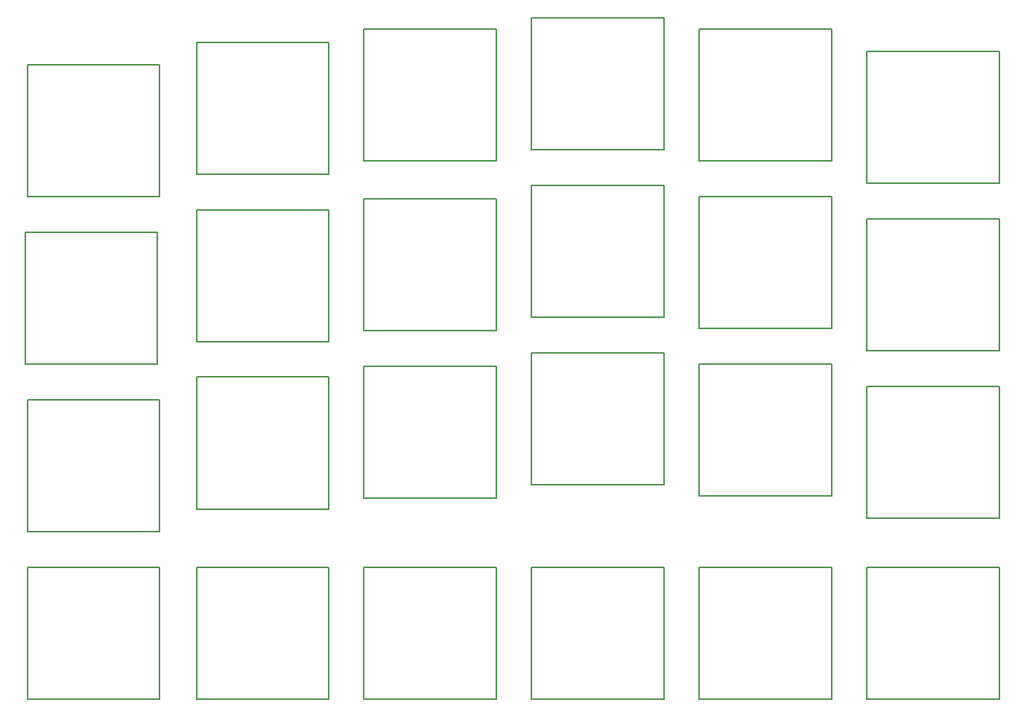
<source format=gbr>
%TF.GenerationSoftware,KiCad,Pcbnew,(5.1.8-0-10_14)*%
%TF.CreationDate,2021-01-06T07:12:47-06:00*%
%TF.ProjectId,halfboard,68616c66-626f-4617-9264-2e6b69636164,rev?*%
%TF.SameCoordinates,Original*%
%TF.FileFunction,Other,ECO2*%
%FSLAX46Y46*%
G04 Gerber Fmt 4.6, Leading zero omitted, Abs format (unit mm)*
G04 Created by KiCad (PCBNEW (5.1.8-0-10_14)) date 2021-01-06 07:12:47*
%MOMM*%
%LPD*%
G01*
G04 APERTURE LIST*
%ADD10C,0.152400*%
G04 APERTURE END LIST*
D10*
%TO.C, *%
X155232303Y-54759730D02*
X155232303Y-69759730D01*
X140232303Y-54759730D02*
X155232303Y-54759730D01*
X140232303Y-69759730D02*
X140232303Y-54759730D01*
X155232303Y-69759730D02*
X140232303Y-69759730D01*
X155232303Y-73809730D02*
X155232303Y-88809730D01*
X140232303Y-73809730D02*
X155232303Y-73809730D01*
X140232303Y-88809730D02*
X140232303Y-73809730D01*
X155232303Y-88809730D02*
X140232303Y-88809730D01*
X155232303Y-92859730D02*
X155232303Y-107859730D01*
X140232303Y-92859730D02*
X155232303Y-92859730D01*
X140232303Y-107859730D02*
X140232303Y-92859730D01*
X155232303Y-107859730D02*
X140232303Y-107859730D01*
X155232303Y-113433730D02*
X155232303Y-128433730D01*
X140232303Y-113433730D02*
X155232303Y-113433730D01*
X140232303Y-128433730D02*
X140232303Y-113433730D01*
X155232303Y-128433730D02*
X140232303Y-128433730D01*
X136182303Y-113433730D02*
X136182303Y-128433730D01*
X121182303Y-113433730D02*
X136182303Y-113433730D01*
X121182303Y-128433730D02*
X121182303Y-113433730D01*
X136182303Y-128433730D02*
X121182303Y-128433730D01*
X117132303Y-113433730D02*
X117132303Y-128433730D01*
X102132303Y-113433730D02*
X117132303Y-113433730D01*
X102132303Y-128433730D02*
X102132303Y-113433730D01*
X117132303Y-128433730D02*
X102132303Y-128433730D01*
X98082303Y-113433730D02*
X98082303Y-128433730D01*
X83082303Y-113433730D02*
X98082303Y-113433730D01*
X83082303Y-128433730D02*
X83082303Y-113433730D01*
X98082303Y-128433730D02*
X83082303Y-128433730D01*
X136182303Y-90319730D02*
X136182303Y-105319730D01*
X121182303Y-90319730D02*
X136182303Y-90319730D01*
X121182303Y-105319730D02*
X121182303Y-90319730D01*
X136182303Y-105319730D02*
X121182303Y-105319730D01*
X136182303Y-71269730D02*
X136182303Y-86269730D01*
X121182303Y-71269730D02*
X136182303Y-71269730D01*
X121182303Y-86269730D02*
X121182303Y-71269730D01*
X136182303Y-86269730D02*
X121182303Y-86269730D01*
X136182303Y-52219730D02*
X136182303Y-67219730D01*
X121182303Y-52219730D02*
X136182303Y-52219730D01*
X121182303Y-67219730D02*
X121182303Y-52219730D01*
X136182303Y-67219730D02*
X121182303Y-67219730D01*
X117132303Y-50949730D02*
X117132303Y-65949730D01*
X102132303Y-50949730D02*
X117132303Y-50949730D01*
X102132303Y-65949730D02*
X102132303Y-50949730D01*
X117132303Y-65949730D02*
X102132303Y-65949730D01*
X117132303Y-69999730D02*
X117132303Y-84999730D01*
X102132303Y-69999730D02*
X117132303Y-69999730D01*
X102132303Y-84999730D02*
X102132303Y-69999730D01*
X117132303Y-84999730D02*
X102132303Y-84999730D01*
X117132303Y-89049730D02*
X117132303Y-104049730D01*
X102132303Y-89049730D02*
X117132303Y-89049730D01*
X102132303Y-104049730D02*
X102132303Y-89049730D01*
X117132303Y-104049730D02*
X102132303Y-104049730D01*
X98082303Y-90573730D02*
X98082303Y-105573730D01*
X83082303Y-90573730D02*
X98082303Y-90573730D01*
X83082303Y-105573730D02*
X83082303Y-90573730D01*
X98082303Y-105573730D02*
X83082303Y-105573730D01*
X98082303Y-71523730D02*
X98082303Y-86523730D01*
X83082303Y-71523730D02*
X98082303Y-71523730D01*
X83082303Y-86523730D02*
X83082303Y-71523730D01*
X98082303Y-86523730D02*
X83082303Y-86523730D01*
X98082303Y-52219730D02*
X98082303Y-67219730D01*
X83082303Y-52219730D02*
X98082303Y-52219730D01*
X83082303Y-67219730D02*
X83082303Y-52219730D01*
X98082303Y-67219730D02*
X83082303Y-67219730D01*
X79089231Y-53743730D02*
X79089231Y-68743730D01*
X64089231Y-53743730D02*
X79089231Y-53743730D01*
X64089231Y-68743730D02*
X64089231Y-53743730D01*
X79089231Y-68743730D02*
X64089231Y-68743730D01*
X79089231Y-72791829D02*
X79089231Y-87791829D01*
X64089231Y-72791829D02*
X79089231Y-72791829D01*
X64089231Y-87791829D02*
X64089231Y-72791829D01*
X79089231Y-87791829D02*
X64089231Y-87791829D01*
X79089231Y-91800230D02*
X79089231Y-106800230D01*
X64089231Y-91800230D02*
X79089231Y-91800230D01*
X64089231Y-106800230D02*
X64089231Y-91800230D01*
X79089231Y-106800230D02*
X64089231Y-106800230D01*
X79089231Y-113433730D02*
X79089231Y-128433730D01*
X64089231Y-113433730D02*
X79089231Y-113433730D01*
X64089231Y-128433730D02*
X64089231Y-113433730D01*
X79089231Y-128433730D02*
X64089231Y-128433730D01*
X59824000Y-113404000D02*
X59824000Y-128404000D01*
X44824000Y-113404000D02*
X59824000Y-113404000D01*
X44824000Y-128404000D02*
X44824000Y-113404000D01*
X59824000Y-128404000D02*
X44824000Y-128404000D01*
X59824000Y-94354000D02*
X59824000Y-109354000D01*
X44824000Y-94354000D02*
X59824000Y-94354000D01*
X44824000Y-109354000D02*
X44824000Y-94354000D01*
X59824000Y-109354000D02*
X44824000Y-109354000D01*
X59570000Y-75304000D02*
X59570000Y-90304000D01*
X44570000Y-75304000D02*
X59570000Y-75304000D01*
X44570000Y-90304000D02*
X44570000Y-75304000D01*
X59570000Y-90304000D02*
X44570000Y-90304000D01*
X59824000Y-56254000D02*
X59824000Y-71254000D01*
X44824000Y-56254000D02*
X59824000Y-56254000D01*
X44824000Y-71254000D02*
X44824000Y-56254000D01*
X59824000Y-71254000D02*
X44824000Y-71254000D01*
%TD*%
M02*

</source>
